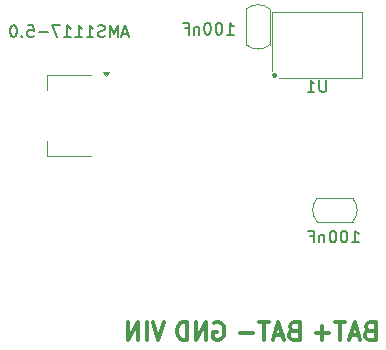
<source format=gbo>
G04 Layer: BottomSilkscreenLayer*
G04 EasyEDA Pro v2.2.27.1, 2024-09-15 10:59:50*
G04 Gerber Generator version 0.3*
G04 Scale: 100 percent, Rotated: No, Reflected: No*
G04 Dimensions in millimeters*
G04 Leading zeros omitted, absolute positions, 3 integers and 5 decimals*
%TF.GenerationSoftware,KiCad,Pcbnew,8.0.5*%
%TF.CreationDate,2024-10-31T22:01:25+08:00*%
%TF.ProjectId,AMS1117_TP4056_Lithium_battery_charging,414d5331-3131-4375-9f54-50343035365f,rev?*%
%TF.SameCoordinates,Original*%
%TF.FileFunction,Legend,Bot*%
%TF.FilePolarity,Positive*%
%FSLAX46Y46*%
G04 Gerber Fmt 4.6, Leading zero omitted, Abs format (unit mm)*
G04 Created by KiCad (PCBNEW 8.0.5) date 2024-10-31 22:01:25*
%MOMM*%
%LPD*%
G01*
G04 APERTURE LIST*
%ADD10C,0.300000*%
%ADD11C,0.150000*%
%ADD12C,0.120000*%
G04 APERTURE END LIST*
D10*
X120007394Y-132215114D02*
X119793108Y-132286542D01*
X119793108Y-132286542D02*
X119721679Y-132357971D01*
X119721679Y-132357971D02*
X119650251Y-132500828D01*
X119650251Y-132500828D02*
X119650251Y-132715114D01*
X119650251Y-132715114D02*
X119721679Y-132857971D01*
X119721679Y-132857971D02*
X119793108Y-132929400D01*
X119793108Y-132929400D02*
X119935965Y-133000828D01*
X119935965Y-133000828D02*
X120507394Y-133000828D01*
X120507394Y-133000828D02*
X120507394Y-131500828D01*
X120507394Y-131500828D02*
X120007394Y-131500828D01*
X120007394Y-131500828D02*
X119864537Y-131572257D01*
X119864537Y-131572257D02*
X119793108Y-131643685D01*
X119793108Y-131643685D02*
X119721679Y-131786542D01*
X119721679Y-131786542D02*
X119721679Y-131929400D01*
X119721679Y-131929400D02*
X119793108Y-132072257D01*
X119793108Y-132072257D02*
X119864537Y-132143685D01*
X119864537Y-132143685D02*
X120007394Y-132215114D01*
X120007394Y-132215114D02*
X120507394Y-132215114D01*
X119078822Y-132572257D02*
X118364537Y-132572257D01*
X119221679Y-133000828D02*
X118721679Y-131500828D01*
X118721679Y-131500828D02*
X118221679Y-133000828D01*
X117935965Y-131500828D02*
X117078823Y-131500828D01*
X117507394Y-133000828D02*
X117507394Y-131500828D01*
X116578823Y-132429400D02*
X115435966Y-132429400D01*
X109059774Y-131500828D02*
X108559774Y-133000828D01*
X108559774Y-133000828D02*
X108059774Y-131500828D01*
X107559775Y-133000828D02*
X107559775Y-131500828D01*
X106845489Y-133000828D02*
X106845489Y-131500828D01*
X106845489Y-131500828D02*
X105988346Y-133000828D01*
X105988346Y-133000828D02*
X105988346Y-131500828D01*
X113283584Y-131572257D02*
X113426442Y-131500828D01*
X113426442Y-131500828D02*
X113640727Y-131500828D01*
X113640727Y-131500828D02*
X113855013Y-131572257D01*
X113855013Y-131572257D02*
X113997870Y-131715114D01*
X113997870Y-131715114D02*
X114069299Y-131857971D01*
X114069299Y-131857971D02*
X114140727Y-132143685D01*
X114140727Y-132143685D02*
X114140727Y-132357971D01*
X114140727Y-132357971D02*
X114069299Y-132643685D01*
X114069299Y-132643685D02*
X113997870Y-132786542D01*
X113997870Y-132786542D02*
X113855013Y-132929400D01*
X113855013Y-132929400D02*
X113640727Y-133000828D01*
X113640727Y-133000828D02*
X113497870Y-133000828D01*
X113497870Y-133000828D02*
X113283584Y-132929400D01*
X113283584Y-132929400D02*
X113212156Y-132857971D01*
X113212156Y-132857971D02*
X113212156Y-132357971D01*
X113212156Y-132357971D02*
X113497870Y-132357971D01*
X112569299Y-133000828D02*
X112569299Y-131500828D01*
X112569299Y-131500828D02*
X111712156Y-133000828D01*
X111712156Y-133000828D02*
X111712156Y-131500828D01*
X110997870Y-133000828D02*
X110997870Y-131500828D01*
X110997870Y-131500828D02*
X110640727Y-131500828D01*
X110640727Y-131500828D02*
X110426441Y-131572257D01*
X110426441Y-131572257D02*
X110283584Y-131715114D01*
X110283584Y-131715114D02*
X110212155Y-131857971D01*
X110212155Y-131857971D02*
X110140727Y-132143685D01*
X110140727Y-132143685D02*
X110140727Y-132357971D01*
X110140727Y-132357971D02*
X110212155Y-132643685D01*
X110212155Y-132643685D02*
X110283584Y-132786542D01*
X110283584Y-132786542D02*
X110426441Y-132929400D01*
X110426441Y-132929400D02*
X110640727Y-133000828D01*
X110640727Y-133000828D02*
X110997870Y-133000828D01*
X126445489Y-132215114D02*
X126231203Y-132286542D01*
X126231203Y-132286542D02*
X126159774Y-132357971D01*
X126159774Y-132357971D02*
X126088346Y-132500828D01*
X126088346Y-132500828D02*
X126088346Y-132715114D01*
X126088346Y-132715114D02*
X126159774Y-132857971D01*
X126159774Y-132857971D02*
X126231203Y-132929400D01*
X126231203Y-132929400D02*
X126374060Y-133000828D01*
X126374060Y-133000828D02*
X126945489Y-133000828D01*
X126945489Y-133000828D02*
X126945489Y-131500828D01*
X126945489Y-131500828D02*
X126445489Y-131500828D01*
X126445489Y-131500828D02*
X126302632Y-131572257D01*
X126302632Y-131572257D02*
X126231203Y-131643685D01*
X126231203Y-131643685D02*
X126159774Y-131786542D01*
X126159774Y-131786542D02*
X126159774Y-131929400D01*
X126159774Y-131929400D02*
X126231203Y-132072257D01*
X126231203Y-132072257D02*
X126302632Y-132143685D01*
X126302632Y-132143685D02*
X126445489Y-132215114D01*
X126445489Y-132215114D02*
X126945489Y-132215114D01*
X125516917Y-132572257D02*
X124802632Y-132572257D01*
X125659774Y-133000828D02*
X125159774Y-131500828D01*
X125159774Y-131500828D02*
X124659774Y-133000828D01*
X124374060Y-131500828D02*
X123516918Y-131500828D01*
X123945489Y-133000828D02*
X123945489Y-131500828D01*
X123016918Y-132429400D02*
X121874061Y-132429400D01*
X122445489Y-133000828D02*
X122445489Y-131857971D01*
D11*
X105999999Y-107069104D02*
X105523809Y-107069104D01*
X106095237Y-107354819D02*
X105761904Y-106354819D01*
X105761904Y-106354819D02*
X105428571Y-107354819D01*
X105095237Y-107354819D02*
X105095237Y-106354819D01*
X105095237Y-106354819D02*
X104761904Y-107069104D01*
X104761904Y-107069104D02*
X104428571Y-106354819D01*
X104428571Y-106354819D02*
X104428571Y-107354819D01*
X103999999Y-107307200D02*
X103857142Y-107354819D01*
X103857142Y-107354819D02*
X103619047Y-107354819D01*
X103619047Y-107354819D02*
X103523809Y-107307200D01*
X103523809Y-107307200D02*
X103476190Y-107259580D01*
X103476190Y-107259580D02*
X103428571Y-107164342D01*
X103428571Y-107164342D02*
X103428571Y-107069104D01*
X103428571Y-107069104D02*
X103476190Y-106973866D01*
X103476190Y-106973866D02*
X103523809Y-106926247D01*
X103523809Y-106926247D02*
X103619047Y-106878628D01*
X103619047Y-106878628D02*
X103809523Y-106831009D01*
X103809523Y-106831009D02*
X103904761Y-106783390D01*
X103904761Y-106783390D02*
X103952380Y-106735771D01*
X103952380Y-106735771D02*
X103999999Y-106640533D01*
X103999999Y-106640533D02*
X103999999Y-106545295D01*
X103999999Y-106545295D02*
X103952380Y-106450057D01*
X103952380Y-106450057D02*
X103904761Y-106402438D01*
X103904761Y-106402438D02*
X103809523Y-106354819D01*
X103809523Y-106354819D02*
X103571428Y-106354819D01*
X103571428Y-106354819D02*
X103428571Y-106402438D01*
X102476190Y-107354819D02*
X103047618Y-107354819D01*
X102761904Y-107354819D02*
X102761904Y-106354819D01*
X102761904Y-106354819D02*
X102857142Y-106497676D01*
X102857142Y-106497676D02*
X102952380Y-106592914D01*
X102952380Y-106592914D02*
X103047618Y-106640533D01*
X101523809Y-107354819D02*
X102095237Y-107354819D01*
X101809523Y-107354819D02*
X101809523Y-106354819D01*
X101809523Y-106354819D02*
X101904761Y-106497676D01*
X101904761Y-106497676D02*
X101999999Y-106592914D01*
X101999999Y-106592914D02*
X102095237Y-106640533D01*
X100571428Y-107354819D02*
X101142856Y-107354819D01*
X100857142Y-107354819D02*
X100857142Y-106354819D01*
X100857142Y-106354819D02*
X100952380Y-106497676D01*
X100952380Y-106497676D02*
X101047618Y-106592914D01*
X101047618Y-106592914D02*
X101142856Y-106640533D01*
X100238094Y-106354819D02*
X99571428Y-106354819D01*
X99571428Y-106354819D02*
X99999999Y-107354819D01*
X99190475Y-106973866D02*
X98428571Y-106973866D01*
X97476190Y-106354819D02*
X97952380Y-106354819D01*
X97952380Y-106354819D02*
X97999999Y-106831009D01*
X97999999Y-106831009D02*
X97952380Y-106783390D01*
X97952380Y-106783390D02*
X97857142Y-106735771D01*
X97857142Y-106735771D02*
X97619047Y-106735771D01*
X97619047Y-106735771D02*
X97523809Y-106783390D01*
X97523809Y-106783390D02*
X97476190Y-106831009D01*
X97476190Y-106831009D02*
X97428571Y-106926247D01*
X97428571Y-106926247D02*
X97428571Y-107164342D01*
X97428571Y-107164342D02*
X97476190Y-107259580D01*
X97476190Y-107259580D02*
X97523809Y-107307200D01*
X97523809Y-107307200D02*
X97619047Y-107354819D01*
X97619047Y-107354819D02*
X97857142Y-107354819D01*
X97857142Y-107354819D02*
X97952380Y-107307200D01*
X97952380Y-107307200D02*
X97999999Y-107259580D01*
X96999999Y-107259580D02*
X96952380Y-107307200D01*
X96952380Y-107307200D02*
X96999999Y-107354819D01*
X96999999Y-107354819D02*
X97047618Y-107307200D01*
X97047618Y-107307200D02*
X96999999Y-107259580D01*
X96999999Y-107259580D02*
X96999999Y-107354819D01*
X96333333Y-106354819D02*
X96238095Y-106354819D01*
X96238095Y-106354819D02*
X96142857Y-106402438D01*
X96142857Y-106402438D02*
X96095238Y-106450057D01*
X96095238Y-106450057D02*
X96047619Y-106545295D01*
X96047619Y-106545295D02*
X96000000Y-106735771D01*
X96000000Y-106735771D02*
X96000000Y-106973866D01*
X96000000Y-106973866D02*
X96047619Y-107164342D01*
X96047619Y-107164342D02*
X96095238Y-107259580D01*
X96095238Y-107259580D02*
X96142857Y-107307200D01*
X96142857Y-107307200D02*
X96238095Y-107354819D01*
X96238095Y-107354819D02*
X96333333Y-107354819D01*
X96333333Y-107354819D02*
X96428571Y-107307200D01*
X96428571Y-107307200D02*
X96476190Y-107259580D01*
X96476190Y-107259580D02*
X96523809Y-107164342D01*
X96523809Y-107164342D02*
X96571428Y-106973866D01*
X96571428Y-106973866D02*
X96571428Y-106735771D01*
X96571428Y-106735771D02*
X96523809Y-106545295D01*
X96523809Y-106545295D02*
X96476190Y-106450057D01*
X96476190Y-106450057D02*
X96428571Y-106402438D01*
X96428571Y-106402438D02*
X96333333Y-106354819D01*
X114347619Y-107154819D02*
X114919047Y-107154819D01*
X114633333Y-107154819D02*
X114633333Y-106154819D01*
X114633333Y-106154819D02*
X114728571Y-106297676D01*
X114728571Y-106297676D02*
X114823809Y-106392914D01*
X114823809Y-106392914D02*
X114919047Y-106440533D01*
X113728571Y-106154819D02*
X113633333Y-106154819D01*
X113633333Y-106154819D02*
X113538095Y-106202438D01*
X113538095Y-106202438D02*
X113490476Y-106250057D01*
X113490476Y-106250057D02*
X113442857Y-106345295D01*
X113442857Y-106345295D02*
X113395238Y-106535771D01*
X113395238Y-106535771D02*
X113395238Y-106773866D01*
X113395238Y-106773866D02*
X113442857Y-106964342D01*
X113442857Y-106964342D02*
X113490476Y-107059580D01*
X113490476Y-107059580D02*
X113538095Y-107107200D01*
X113538095Y-107107200D02*
X113633333Y-107154819D01*
X113633333Y-107154819D02*
X113728571Y-107154819D01*
X113728571Y-107154819D02*
X113823809Y-107107200D01*
X113823809Y-107107200D02*
X113871428Y-107059580D01*
X113871428Y-107059580D02*
X113919047Y-106964342D01*
X113919047Y-106964342D02*
X113966666Y-106773866D01*
X113966666Y-106773866D02*
X113966666Y-106535771D01*
X113966666Y-106535771D02*
X113919047Y-106345295D01*
X113919047Y-106345295D02*
X113871428Y-106250057D01*
X113871428Y-106250057D02*
X113823809Y-106202438D01*
X113823809Y-106202438D02*
X113728571Y-106154819D01*
X112776190Y-106154819D02*
X112680952Y-106154819D01*
X112680952Y-106154819D02*
X112585714Y-106202438D01*
X112585714Y-106202438D02*
X112538095Y-106250057D01*
X112538095Y-106250057D02*
X112490476Y-106345295D01*
X112490476Y-106345295D02*
X112442857Y-106535771D01*
X112442857Y-106535771D02*
X112442857Y-106773866D01*
X112442857Y-106773866D02*
X112490476Y-106964342D01*
X112490476Y-106964342D02*
X112538095Y-107059580D01*
X112538095Y-107059580D02*
X112585714Y-107107200D01*
X112585714Y-107107200D02*
X112680952Y-107154819D01*
X112680952Y-107154819D02*
X112776190Y-107154819D01*
X112776190Y-107154819D02*
X112871428Y-107107200D01*
X112871428Y-107107200D02*
X112919047Y-107059580D01*
X112919047Y-107059580D02*
X112966666Y-106964342D01*
X112966666Y-106964342D02*
X113014285Y-106773866D01*
X113014285Y-106773866D02*
X113014285Y-106535771D01*
X113014285Y-106535771D02*
X112966666Y-106345295D01*
X112966666Y-106345295D02*
X112919047Y-106250057D01*
X112919047Y-106250057D02*
X112871428Y-106202438D01*
X112871428Y-106202438D02*
X112776190Y-106154819D01*
X112014285Y-106488152D02*
X112014285Y-107154819D01*
X112014285Y-106583390D02*
X111966666Y-106535771D01*
X111966666Y-106535771D02*
X111871428Y-106488152D01*
X111871428Y-106488152D02*
X111728571Y-106488152D01*
X111728571Y-106488152D02*
X111633333Y-106535771D01*
X111633333Y-106535771D02*
X111585714Y-106631009D01*
X111585714Y-106631009D02*
X111585714Y-107154819D01*
X110776190Y-106631009D02*
X111109523Y-106631009D01*
X111109523Y-107154819D02*
X111109523Y-106154819D01*
X111109523Y-106154819D02*
X110633333Y-106154819D01*
X124947619Y-124754819D02*
X125519047Y-124754819D01*
X125233333Y-124754819D02*
X125233333Y-123754819D01*
X125233333Y-123754819D02*
X125328571Y-123897676D01*
X125328571Y-123897676D02*
X125423809Y-123992914D01*
X125423809Y-123992914D02*
X125519047Y-124040533D01*
X124328571Y-123754819D02*
X124233333Y-123754819D01*
X124233333Y-123754819D02*
X124138095Y-123802438D01*
X124138095Y-123802438D02*
X124090476Y-123850057D01*
X124090476Y-123850057D02*
X124042857Y-123945295D01*
X124042857Y-123945295D02*
X123995238Y-124135771D01*
X123995238Y-124135771D02*
X123995238Y-124373866D01*
X123995238Y-124373866D02*
X124042857Y-124564342D01*
X124042857Y-124564342D02*
X124090476Y-124659580D01*
X124090476Y-124659580D02*
X124138095Y-124707200D01*
X124138095Y-124707200D02*
X124233333Y-124754819D01*
X124233333Y-124754819D02*
X124328571Y-124754819D01*
X124328571Y-124754819D02*
X124423809Y-124707200D01*
X124423809Y-124707200D02*
X124471428Y-124659580D01*
X124471428Y-124659580D02*
X124519047Y-124564342D01*
X124519047Y-124564342D02*
X124566666Y-124373866D01*
X124566666Y-124373866D02*
X124566666Y-124135771D01*
X124566666Y-124135771D02*
X124519047Y-123945295D01*
X124519047Y-123945295D02*
X124471428Y-123850057D01*
X124471428Y-123850057D02*
X124423809Y-123802438D01*
X124423809Y-123802438D02*
X124328571Y-123754819D01*
X123376190Y-123754819D02*
X123280952Y-123754819D01*
X123280952Y-123754819D02*
X123185714Y-123802438D01*
X123185714Y-123802438D02*
X123138095Y-123850057D01*
X123138095Y-123850057D02*
X123090476Y-123945295D01*
X123090476Y-123945295D02*
X123042857Y-124135771D01*
X123042857Y-124135771D02*
X123042857Y-124373866D01*
X123042857Y-124373866D02*
X123090476Y-124564342D01*
X123090476Y-124564342D02*
X123138095Y-124659580D01*
X123138095Y-124659580D02*
X123185714Y-124707200D01*
X123185714Y-124707200D02*
X123280952Y-124754819D01*
X123280952Y-124754819D02*
X123376190Y-124754819D01*
X123376190Y-124754819D02*
X123471428Y-124707200D01*
X123471428Y-124707200D02*
X123519047Y-124659580D01*
X123519047Y-124659580D02*
X123566666Y-124564342D01*
X123566666Y-124564342D02*
X123614285Y-124373866D01*
X123614285Y-124373866D02*
X123614285Y-124135771D01*
X123614285Y-124135771D02*
X123566666Y-123945295D01*
X123566666Y-123945295D02*
X123519047Y-123850057D01*
X123519047Y-123850057D02*
X123471428Y-123802438D01*
X123471428Y-123802438D02*
X123376190Y-123754819D01*
X122614285Y-124088152D02*
X122614285Y-124754819D01*
X122614285Y-124183390D02*
X122566666Y-124135771D01*
X122566666Y-124135771D02*
X122471428Y-124088152D01*
X122471428Y-124088152D02*
X122328571Y-124088152D01*
X122328571Y-124088152D02*
X122233333Y-124135771D01*
X122233333Y-124135771D02*
X122185714Y-124231009D01*
X122185714Y-124231009D02*
X122185714Y-124754819D01*
X121376190Y-124231009D02*
X121709523Y-124231009D01*
X121709523Y-124754819D02*
X121709523Y-123754819D01*
X121709523Y-123754819D02*
X121233333Y-123754819D01*
X122761904Y-110987819D02*
X122761904Y-111797342D01*
X122761904Y-111797342D02*
X122714285Y-111892580D01*
X122714285Y-111892580D02*
X122666666Y-111940200D01*
X122666666Y-111940200D02*
X122571428Y-111987819D01*
X122571428Y-111987819D02*
X122380952Y-111987819D01*
X122380952Y-111987819D02*
X122285714Y-111940200D01*
X122285714Y-111940200D02*
X122238095Y-111892580D01*
X122238095Y-111892580D02*
X122190476Y-111797342D01*
X122190476Y-111797342D02*
X122190476Y-110987819D01*
X121190476Y-111987819D02*
X121761904Y-111987819D01*
X121476190Y-111987819D02*
X121476190Y-110987819D01*
X121476190Y-110987819D02*
X121571428Y-111130676D01*
X121571428Y-111130676D02*
X121666666Y-111225914D01*
X121666666Y-111225914D02*
X121761904Y-111273533D01*
D12*
%TO.C,U2*%
X99090000Y-110590000D02*
X102850000Y-110590000D01*
X99090000Y-111850000D02*
X99090000Y-110590000D01*
X99090000Y-116150000D02*
X99090000Y-117410000D01*
X99090000Y-117410000D02*
X102850000Y-117410000D01*
X104130000Y-110690000D02*
X103890000Y-110360000D01*
X104370000Y-110360000D01*
X104130000Y-110690000D01*
G36*
X104130000Y-110690000D02*
G01*
X103890000Y-110360000D01*
X104370000Y-110360000D01*
X104130000Y-110690000D01*
G37*
%TO.C,C6*%
X116000000Y-105000000D02*
X116000000Y-108000000D01*
X118000000Y-108000000D02*
X118000000Y-105000000D01*
X116000000Y-105000000D02*
G75*
G02*
X118000000Y-105000000I1000000J-1122254D01*
G01*
X118000000Y-108000000D02*
G75*
G02*
X116000000Y-108000000I-1000000J1122254D01*
G01*
%TO.C,C3*%
X122000000Y-123000000D02*
X125000000Y-123000000D01*
X125000000Y-121000000D02*
X122000000Y-121000000D01*
X122000000Y-123000000D02*
G75*
G02*
X122000000Y-121000000I1122254J1000000D01*
G01*
X125000000Y-121000000D02*
G75*
G02*
X125000000Y-123000000I-1122254J-1000000D01*
G01*
%TO.C,U1*%
X118200000Y-105200000D02*
X125800000Y-105200000D01*
X118200000Y-110200000D02*
X118200000Y-105200000D01*
X125800000Y-105200000D02*
X125800000Y-110800000D01*
X125800000Y-110800000D02*
X118800000Y-110800000D01*
D10*
X118463500Y-110600000D02*
G75*
G02*
X118336500Y-110600000I-63500J0D01*
G01*
X118336500Y-110600000D02*
G75*
G02*
X118463500Y-110600000I63500J0D01*
G01*
%TD*%
M02*

</source>
